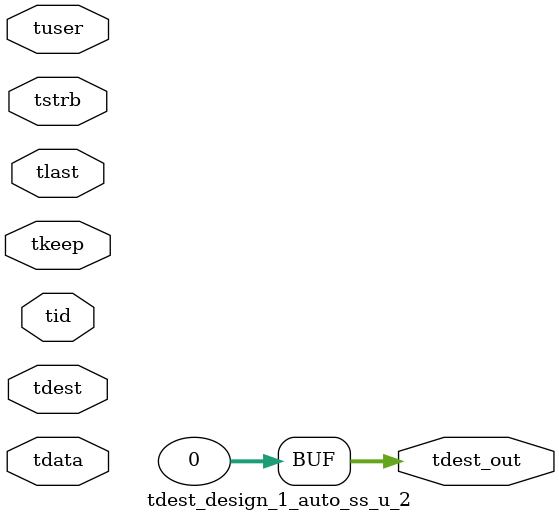
<source format=v>


`timescale 1ps/1ps

module tdest_design_1_auto_ss_u_2 #
(
parameter C_S_AXIS_TDATA_WIDTH = 32,
parameter C_S_AXIS_TUSER_WIDTH = 0,
parameter C_S_AXIS_TID_WIDTH   = 0,
parameter C_S_AXIS_TDEST_WIDTH = 0,
parameter C_M_AXIS_TDEST_WIDTH = 32
)
(
input  [(C_S_AXIS_TDATA_WIDTH == 0 ? 1 : C_S_AXIS_TDATA_WIDTH)-1:0     ] tdata,
input  [(C_S_AXIS_TUSER_WIDTH == 0 ? 1 : C_S_AXIS_TUSER_WIDTH)-1:0     ] tuser,
input  [(C_S_AXIS_TID_WIDTH   == 0 ? 1 : C_S_AXIS_TID_WIDTH)-1:0       ] tid,
input  [(C_S_AXIS_TDEST_WIDTH == 0 ? 1 : C_S_AXIS_TDEST_WIDTH)-1:0     ] tdest,
input  [(C_S_AXIS_TDATA_WIDTH/8)-1:0 ] tkeep,
input  [(C_S_AXIS_TDATA_WIDTH/8)-1:0 ] tstrb,
input                                                                    tlast,
output [C_M_AXIS_TDEST_WIDTH-1:0] tdest_out
);

assign tdest_out = {1'b0};

endmodule


</source>
